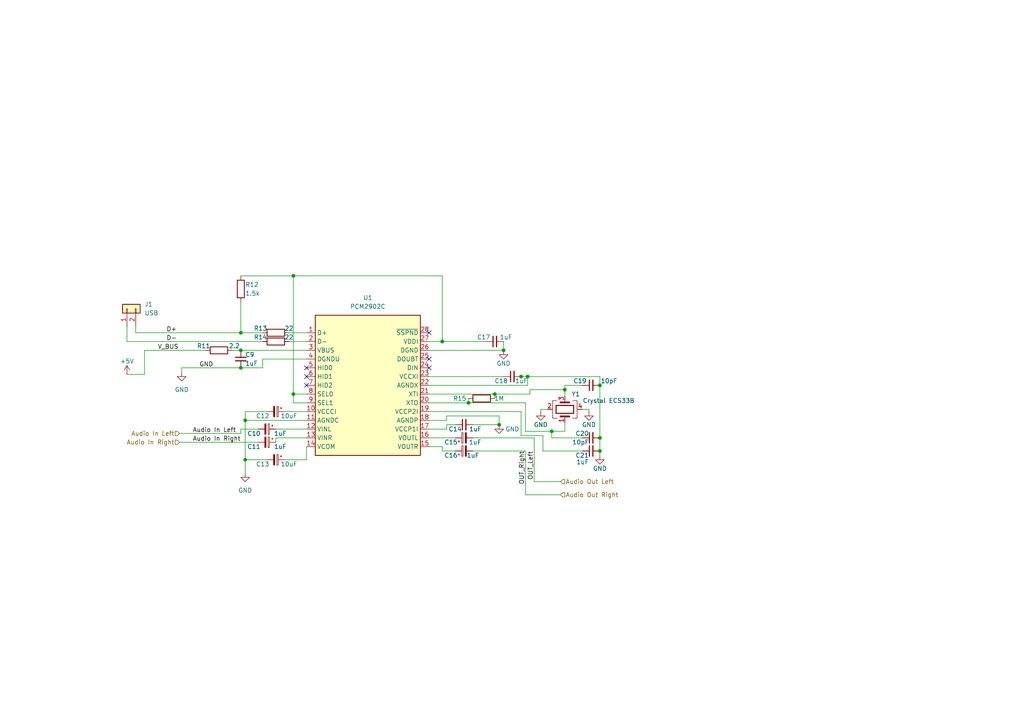
<source format=kicad_sch>
(kicad_sch (version 20211123) (generator eeschema)
  (paper "A4")
  (lib_symbols
    (symbol "Audio:PCM2902"
      (property "Reference" "U?" (at 2.0194 25.4 0))
      (property "Value" "PCM2902" (at 2.0194 22.86 0))
      (symbol "PCM2902_0_1"
        (rectangle (start -15.24 20.32) (end 15.24 -20.32) (stroke (width 0.254)) (fill (type background)))
      )
      (symbol "PCM2902_1_1"
        (pin bidirectional line (at -17.78 15.24 0) (length 2.54) (name "D+") (number "1"))
        (pin passive line (at -17.78 -7.62 0) (length 2.54) (name "VCCCI") (number "10"))
        (pin power_in line (at -17.78 -10.16 0) (length 2.54) (name "AGNDC") (number "11"))
        (pin input line (at -17.78 -12.7 0) (length 2.54) (name "VINL") (number "12"))
        (pin input line (at -17.78 -15.24 0) (length 2.54) (name "VINR") (number "13"))
        (pin passive line (at -17.78 -17.78 0) (length 2.54) (name "VCOM") (number "14"))
        (pin output line (at 17.78 -17.78 180) (length 2.54) (name "VOUTR") (number "15"))
        (pin output line (at 17.78 -15.24 180) (length 2.54) (name "VOUTL") (number "16"))
        (pin passive line (at 17.78 -12.7 180) (length 2.54) (name "VCCP1I") (number "17"))
        (pin power_in line (at 17.78 -10.16 180) (length 2.54) (name "AGNDP") (number "18"))
        (pin passive line (at 17.78 -7.62 180) (length 2.54) (name "VCCP2I") (number "19"))
        (pin bidirectional line (at -17.78 12.7 0) (length 2.54) (name "D-") (number "2"))
        (pin output line (at 17.78 -5.08 180) (length 2.54) (name "XTO") (number "20"))
        (pin input line (at 17.78 -2.54 180) (length 2.54) (name "XTI") (number "21"))
        (pin power_in line (at 17.78 0 180) (length 2.54) (name "AGNDX") (number "22"))
        (pin passive line (at 17.78 2.54 180) (length 2.54) (name "VCCXI") (number "23"))
        (pin input line (at 17.78 5.08 180) (length 2.54) (name "DIN") (number "24"))
        (pin output line (at 17.78 7.62 180) (length 2.54) (name "DOUBT") (number "25"))
        (pin power_in line (at 17.78 10.16 180) (length 2.54) (name "DGND") (number "26"))
        (pin power_out line (at 17.78 12.7 180) (length 2.54) (name "VDDI") (number "27"))
        (pin output line (at 17.78 15.24 180) (length 2.54) (name "~{SSPND}") (number "28"))
        (pin power_in line (at -17.78 10.16 0) (length 2.54) (name "VBUS") (number "3"))
        (pin power_in line (at -17.78 7.62 0) (length 2.54) (name "DGNDU") (number "4"))
        (pin input line (at -17.78 5.08 0) (length 2.54) (name "HID0") (number "5"))
        (pin input line (at -17.78 2.54 0) (length 2.54) (name "HID1") (number "6"))
        (pin input line (at -17.78 0 0) (length 2.54) (name "HID2") (number "7"))
        (pin input line (at -17.78 -2.54 0) (length 2.54) (name "SEL0") (number "8"))
        (pin input line (at -17.78 -5.08 0) (length 2.54) (name "SEL1") (number "9"))
      )
    )
    (symbol "Connector_Generic:Conn_01x02" (pin_names (offset 1.016) hide)
      (property "Reference" "J" (at 0 2.54 0))
      (property "Value" "Conn_01x02" (at 0 -5.08 0))
      (symbol "Conn_01x02_1_1"
        (rectangle (start -1.27 -2.413) (end 0 -2.667) (stroke (width 0.1524)))
        (rectangle (start -1.27 0.127) (end 0 -0.127) (stroke (width 0.1524)))
        (rectangle (start -1.27 1.27) (end 1.27 -3.81) (stroke (width 0.254)) (fill (type background)))
        (pin passive line (at -5.08 0 0) (length 3.81) (name "Pin_1") (number "1"))
        (pin passive line (at -5.08 -2.54 0) (length 3.81) (name "Pin_2") (number "2"))
      )
    )
    (symbol "Device:C_Polarized_Small" (pin_numbers hide) (pin_names (offset 0.254) hide)
      (property "Reference" "C" (at 0.254 1.778 0))
      (property "Value" "C_Polarized_Small" (at 0.254 -2.032 0))
      (symbol "C_Polarized_Small_0_1"
        (rectangle (start -1.524 -0.3048) (end 1.524 -0.6858) (fill (type outline)))
        (rectangle (start -1.524 0.6858) (end 1.524 0.3048))
        (polyline (pts (xy -1.27 1.524) (xy -0.762 1.524)))
        (polyline (pts (xy -1.016 1.27) (xy -1.016 1.778)))
      )
      (symbol "C_Polarized_Small_1_1"
        (pin passive line (at 0 2.54 270) (length 1.8542) (name "~") (number "1"))
        (pin passive line (at 0 -2.54 90) (length 1.8542) (name "~") (number "2"))
      )
    )
    (symbol "Device:C_Small" (pin_numbers hide) (pin_names (offset 0.254) hide)
      (property "Reference" "C" (at 0.254 1.778 0))
      (property "Value" "C_Small" (at 0.254 -2.032 0))
      (symbol "C_Small_0_1"
        (polyline (pts (xy -1.524 -0.508) (xy 1.524 -0.508)) (stroke (width 0.3302)))
        (polyline (pts (xy -1.524 0.508) (xy 1.524 0.508)) (stroke (width 0.3048)))
      )
      (symbol "C_Small_1_1"
        (pin passive line (at 0 2.54 270) (length 2.032) (name "~") (number "1"))
        (pin passive line (at 0 -2.54 90) (length 2.032) (name "~") (number "2"))
      )
    )
    (symbol "Device:R" (pin_numbers hide) (pin_names (offset 0))
      (property "Reference" "R" (at 2.032 0 90))
      (property "Value" "R" (at 0 0 90))
      (symbol "R_0_1"
        (rectangle (start -1.016 -2.54) (end 1.016 2.54) (stroke (width 0.254)))
      )
      (symbol "R_1_1"
        (pin passive line (at 0 3.81 270) (length 1.27) (name "~") (number "1"))
        (pin passive line (at 0 -3.81 90) (length 1.27) (name "~") (number "2"))
      )
    )
    (symbol "GFC-Symbols:Crystal_GND23" (pin_names (offset 1.016) hide)
      (property "Reference" "Y1" (at -1.905 6.985 90))
      (property "Value" "Crystal_GND23" (at -3.81 8.255 90))
      (symbol "Crystal_GND23_0_1"
        (rectangle (start -1.143 2.54) (end 1.143 -2.54) (stroke (width 0.3048)))
        (polyline (pts (xy -2.54 0) (xy -2.032 0)))
        (polyline (pts (xy -2.032 -1.27) (xy -2.032 1.27)) (stroke (width 0.508)))
        (polyline (pts (xy 0 -3.81) (xy 0 -3.556)))
        (polyline (pts (xy 0 3.556) (xy 0 3.81)))
        (polyline (pts (xy 2.032 -1.27) (xy 2.032 1.27)) (stroke (width 0.508)))
        (polyline (pts (xy 2.032 0) (xy 2.54 0)))
        (polyline (pts (xy -2.54 -2.286) (xy -2.54 -3.556) (xy 2.54 -3.556) (xy 2.54 -2.286)))
        (polyline (pts (xy -2.54 2.286) (xy -2.54 3.556) (xy 2.54 3.556) (xy 2.54 2.286)))
      )
      (symbol "Crystal_GND23_1_1"
        (pin passive line (at -3.81 0 0) (length 1.27) (name "1") (number "1"))
        (pin passive line (at 0 5.08 270) (length 1.27) (name "2") (number "2"))
        (pin passive line (at 3.81 0 180) (length 1.27) (name "3") (number "3"))
        (pin passive line (at 0 -5.08 90) (length 1.27) (name "4") (number "4"))
      )
    )
    (symbol "GND_1" (power) (pin_names (offset 0))
      (property "Value" "GND_1" (at 0 -3.81 0))
      (symbol "GND_1_0_1"
        (polyline (pts (xy 0 0) (xy 0 -1.27) (xy 1.27 -1.27) (xy 0 -2.54) (xy -1.27 -1.27) (xy 0 -1.27)))
      )
      (symbol "GND_1_1_1"
        (pin power_in line (at 0 0 270) (length 0) hide (name "GND") (number "1"))
      )
    )
    (symbol "power:+5V" (power) (pin_names (offset 0))
      (property "Value" "+5V" (at 0 3.556 0))
      (symbol "+5V_0_1"
        (polyline (pts (xy -0.762 1.27) (xy 0 2.54)))
        (polyline (pts (xy 0 0) (xy 0 2.54)))
        (polyline (pts (xy 0 2.54) (xy 0.762 1.27)))
      )
      (symbol "+5V_1_1"
        (pin power_in line (at 0 0 90) (length 0) hide (name "+5V") (number "1"))
      )
    )
    (symbol "power:GND" (power) (pin_names (offset 0))
      (property "Value" "GND" (at 0 -3.81 0))
      (symbol "GND_0_1"
        (polyline (pts (xy 0 0) (xy 0 -1.27) (xy 1.27 -1.27) (xy 0 -2.54) (xy -1.27 -1.27) (xy 0 -1.27)))
      )
      (symbol "GND_1_1"
        (pin power_in line (at 0 0 270) (length 0) hide (name "GND") (number "1"))
      )
    )
  )
  (junction (at 160.02 125.095))
  (junction (at 69.85 101.6))
  (junction (at 173.99 130.81))
  (junction (at 146.05 101.6))
  (junction (at 71.12 121.92))
  (junction (at 143.51 114.3))
  (junction (at 144.78 123.19))
  (junction (at 163.83 113.03))
  (junction (at 173.99 111.76))
  (junction (at 135.89 116.84))
  (junction (at 69.85 96.52))
  (junction (at 85.09 80.01))
  (junction (at 85.09 114.3))
  (junction (at 69.85 106.68))
  (junction (at 153.035 109.22))
  (junction (at 128.27 99.06))
  (junction (at 173.99 127))
  (junction (at 71.12 133.35))
  (junction (at 151.13 109.22))
  (no_connect (at 124.46 96.52))
  (no_connect (at 88.9 109.22))
  (no_connect (at 88.9 106.68))
  (no_connect (at 124.46 106.68))
  (no_connect (at 88.9 111.76))
  (no_connect (at 124.46 104.14))
  (wire (pts (xy 39.37 94.615) (xy 39.37 96.52)))
  (wire (pts (xy 129.54 124.46) (xy 129.54 123.19)))
  (wire (pts (xy 173.99 109.22) (xy 173.99 111.76)))
  (wire (pts (xy 39.37 96.52) (xy 69.85 96.52)))
  (wire (pts (xy 124.46 111.76) (xy 153.035 111.76)))
  (wire (pts (xy 124.46 129.54) (xy 128.27 129.54)))
  (wire (pts (xy 168.91 111.76) (xy 163.83 111.76)))
  (wire (pts (xy 151.13 109.22) (xy 153.035 109.22)))
  (wire (pts (xy 76.2 104.14) (xy 88.9 104.14)))
  (wire (pts (xy 153.035 109.22) (xy 173.99 109.22)))
  (wire (pts (xy 163.83 125.095) (xy 160.02 125.095)))
  (wire (pts (xy 163.83 113.03) (xy 163.83 114.935)))
  (wire (pts (xy 80.01 127) (xy 88.9 127)))
  (wire (pts (xy 152.4 130.81) (xy 152.4 143.51)))
  (wire (pts (xy 157.48 126.365) (xy 157.48 130.81)))
  (wire (pts (xy 173.99 127) (xy 173.99 130.81)))
  (wire (pts (xy 128.27 129.54) (xy 128.27 130.81)))
  (wire (pts (xy 124.46 124.46) (xy 129.54 124.46)))
  (wire (pts (xy 85.09 80.01) (xy 128.27 80.01)))
  (wire (pts (xy 129.54 121.92) (xy 129.54 120.65)))
  (wire (pts (xy 80.01 128.27) (xy 80.01 127)))
  (wire (pts (xy 163.83 111.76) (xy 163.83 113.03)))
  (wire (pts (xy 71.12 121.92) (xy 88.9 121.92)))
  (wire (pts (xy 69.85 80.01) (xy 85.09 80.01)))
  (wire (pts (xy 85.09 114.3) (xy 88.9 114.3)))
  (wire (pts (xy 124.46 121.92) (xy 129.54 121.92)))
  (wire (pts (xy 36.83 99.06) (xy 36.83 94.615)))
  (wire (pts (xy 85.09 114.3) (xy 85.09 116.84)))
  (wire (pts (xy 88.9 129.54) (xy 88.9 133.35)))
  (wire (pts (xy 88.9 116.84) (xy 85.09 116.84)))
  (wire (pts (xy 157.48 130.81) (xy 168.91 130.81)))
  (wire (pts (xy 71.12 121.92) (xy 71.12 133.35)))
  (wire (pts (xy 170.815 118.745) (xy 170.815 119.38)))
  (wire (pts (xy 52.705 106.68) (xy 52.705 107.95)))
  (wire (pts (xy 153.035 111.76) (xy 153.035 109.22)))
  (wire (pts (xy 128.27 80.01) (xy 128.27 99.06)))
  (wire (pts (xy 173.99 111.76) (xy 173.99 127)))
  (wire (pts (xy 143.51 114.3) (xy 153.67 114.3)))
  (wire (pts (xy 124.46 109.22) (xy 146.05 109.22)))
  (wire (pts (xy 151.13 126.365) (xy 157.48 126.365)))
  (wire (pts (xy 160.02 125.095) (xy 152.4 125.095)))
  (wire (pts (xy 150.495 109.22) (xy 151.13 109.22)))
  (wire (pts (xy 124.46 127) (xy 132.08 127)))
  (wire (pts (xy 135.89 115.57) (xy 135.89 116.84)))
  (wire (pts (xy 52.07 128.27) (xy 74.93 128.27)))
  (wire (pts (xy 143.51 114.3) (xy 143.51 115.57)))
  (wire (pts (xy 154.94 139.7) (xy 162.56 139.7)))
  (wire (pts (xy 41.91 108.585) (xy 41.91 101.6)))
  (wire (pts (xy 124.46 101.6) (xy 146.05 101.6)))
  (wire (pts (xy 77.47 119.38) (xy 71.12 119.38)))
  (wire (pts (xy 153.67 114.3) (xy 153.67 113.03)))
  (wire (pts (xy 168.91 118.745) (xy 170.815 118.745)))
  (wire (pts (xy 69.85 124.46) (xy 69.85 125.73)))
  (wire (pts (xy 69.85 96.52) (xy 76.2 96.52)))
  (wire (pts (xy 83.82 99.06) (xy 88.9 99.06)))
  (wire (pts (xy 137.16 130.81) (xy 152.4 130.81)))
  (wire (pts (xy 69.85 87.63) (xy 69.85 96.52)))
  (wire (pts (xy 52.07 125.73) (xy 69.85 125.73)))
  (wire (pts (xy 128.27 130.81) (xy 132.08 130.81)))
  (wire (pts (xy 67.31 101.6) (xy 69.85 101.6)))
  (wire (pts (xy 144.78 120.65) (xy 144.78 123.19)))
  (wire (pts (xy 76.2 106.68) (xy 76.2 104.14)))
  (wire (pts (xy 83.82 96.52) (xy 88.9 96.52)))
  (wire (pts (xy 69.85 106.68) (xy 76.2 106.68)))
  (wire (pts (xy 146.05 99.06) (xy 146.05 101.6)))
  (wire (pts (xy 85.09 80.01) (xy 85.09 114.3)))
  (wire (pts (xy 129.54 120.65) (xy 144.78 120.65)))
  (wire (pts (xy 71.12 133.35) (xy 77.47 133.35)))
  (wire (pts (xy 128.27 99.06) (xy 140.97 99.06)))
  (wire (pts (xy 156.845 118.745) (xy 158.75 118.745)))
  (wire (pts (xy 135.89 116.84) (xy 152.4 116.84)))
  (wire (pts (xy 160.02 127) (xy 160.02 125.095)))
  (wire (pts (xy 173.99 130.81) (xy 173.99 132.08)))
  (wire (pts (xy 154.94 127) (xy 154.94 139.7)))
  (wire (pts (xy 36.83 99.06) (xy 76.2 99.06)))
  (wire (pts (xy 124.46 99.06) (xy 128.27 99.06)))
  (wire (pts (xy 137.16 123.19) (xy 144.78 123.19)))
  (wire (pts (xy 124.46 116.84) (xy 135.89 116.84)))
  (wire (pts (xy 163.83 122.555) (xy 163.83 125.095)))
  (wire (pts (xy 129.54 123.19) (xy 132.08 123.19)))
  (wire (pts (xy 152.4 116.84) (xy 152.4 125.095)))
  (wire (pts (xy 88.9 133.35) (xy 82.55 133.35)))
  (wire (pts (xy 80.01 124.46) (xy 88.9 124.46)))
  (wire (pts (xy 69.85 101.6) (xy 88.9 101.6)))
  (wire (pts (xy 74.93 124.46) (xy 69.85 124.46)))
  (wire (pts (xy 156.845 119.38) (xy 156.845 118.745)))
  (wire (pts (xy 82.55 119.38) (xy 88.9 119.38)))
  (wire (pts (xy 124.46 119.38) (xy 151.13 119.38)))
  (wire (pts (xy 41.91 101.6) (xy 59.69 101.6)))
  (wire (pts (xy 153.67 113.03) (xy 163.83 113.03)))
  (wire (pts (xy 168.91 127) (xy 160.02 127)))
  (wire (pts (xy 71.12 119.38) (xy 71.12 121.92)))
  (wire (pts (xy 151.13 119.38) (xy 151.13 126.365)))
  (wire (pts (xy 52.705 106.68) (xy 69.85 106.68)))
  (wire (pts (xy 36.83 108.585) (xy 41.91 108.585)))
  (wire (pts (xy 124.46 114.3) (xy 143.51 114.3)))
  (wire (pts (xy 137.16 127) (xy 154.94 127)))
  (wire (pts (xy 71.12 133.35) (xy 71.12 137.16)))
  (wire (pts (xy 152.4 143.51) (xy 162.56 143.51)))
  (label "Audio In Right" (at 55.88 128.27 0))
  (label "OUT_Left" (at 154.94 130.81 270))
  (label "D+" (at 48.26 96.52 0))
  (label "V_BUS" (at 45.72 101.6 0))
  (label "OUT_Right" (at 152.4 130.81 270))
  (label "Audio In Left" (at 55.88 125.73 0))
  (label "D-" (at 48.26 99.06 0))
  (label "GND" (at 57.785 106.68 0))
  (hierarchical_label "Audio Out Left" (shape input) (at 162.56 139.7 0))
  (hierarchical_label "Audio Out Right" (shape input) (at 162.56 143.51 0))
  (hierarchical_label "Audio In Left" (shape input) (at 52.07 125.73 180))
  (hierarchical_label "Audio In Right" (shape input) (at 52.07 128.27 180))
  (symbol (lib_id "power:GND") (at 146.05 101.6 0) (unit 1)
    (property "Reference" "#PWR024" (effects hide))
    (property "Value" "GND" (at 146.05 105.41 0))
  )
  (symbol (lib_id "Device:R") (at 80.01 96.52 90) (unit 1)
    (property "Reference" "R13" (at 75.565 95.25 90))
    (property "Value" "22" (at 83.82 95.25 90))
    (property "Footprint" "Capacitor_SMD:C_0603_1608Metric_Pad1.08x0.95mm_HandSolder" (effects hide))
    (property "Digikey" "https://www.digikey.com/short/v7c8qpnf" (effects hide))
  )
  (symbol (lib_id "Device:C_Small") (at 69.85 104.14 0) (unit 1)
    (property "Reference" "C9" (at 71.12 102.87 0) (effects (justify left)))
    (property "Value" "1uF" (at 71.12 105.41 0) (effects (justify left)))
    (property "Footprint" "Capacitor_SMD:C_0805_2012Metric_Pad1.18x1.45mm_HandSolder" (effects hide))
    (property "Digikey" "https://www.digikey.com/short/rn5mbmcm" (effects hide))
  )
  (symbol (lib_id "power:GND") (at 144.78 123.19 0) (unit 1)
    (property "Reference" "#PWR023" (effects hide))
    (property "Value" "GND" (at 148.59 124.46 0))
  )
  (symbol (lib_id "Device:C_Polarized_Small") (at 80.01 119.38 270) (unit 1)
    (property "Reference" "C12" (at 76.2 120.65 90))
    (property "Value" "10uF" (at 83.82 120.65 90))
    (property "Footprint" "Capacitor_SMD:C_1210_3225Metric_Pad1.33x2.70mm_HandSolder" (effects hide))
    (property "Digikey" "https://www.digikey.com/short/nm2875wp" (effects hide))
  )
  (symbol (lib_id "Device:R") (at 63.5 101.6 90) (unit 1)
    (property "Reference" "R11" (at 59.055 100.33 90))
    (property "Value" "2.2" (at 67.945 100.33 90))
    (property "Footprint" "Capacitor_SMD:C_0603_1608Metric_Pad1.08x0.95mm_HandSolder" (effects hide))
    (property "Digikey" "https://www.digikey.com/short/4p2jz24h" (effects hide))
  )
  (symbol (lib_id "Device:C_Small") (at 171.45 111.76 90) (unit 1)
    (property "Reference" "C19" (at 170.18 110.49 90) (effects (justify left)))
    (property "Value" "10pF" (at 179.07 110.49 90) (effects (justify left)))
    (property "Footprint" "Capacitor_SMD:C_0603_1608Metric_Pad1.08x0.95mm_HandSolder" (effects hide))
    (property "Digikey" "https://www.digikey.com/short/dbpbjvrm" (effects hide))
  )
  (symbol (lib_id "Device:R") (at 69.85 83.82 0) (unit 1)
    (property "Reference" "R12" (at 71.12 82.55 0) (effects (justify left)))
    (property "Value" "1.5k" (at 71.12 85.09 0) (effects (justify left)))
    (property "Footprint" "Capacitor_SMD:C_0603_1608Metric_Pad1.08x0.95mm_HandSolder" (effects hide))
    (property "Digikey" "https://www.digikey.com/short/q2j089rj" (effects hide))
  )
  (symbol (lib_id "power:GND") (at 52.705 107.95 0) (unit 1)
    (property "Reference" "#PWR021" (effects hide))
    (property "Value" "GND" (at 52.705 113.03 0))
  )
  (symbol (lib_id "Device:C_Polarized_Small") (at 134.62 127 90) (unit 1)
    (property "Reference" "C15" (at 130.81 128.27 90))
    (property "Value" "1uF" (at 137.795 128.27 90))
    (property "Footprint" "Capacitor_SMD:C_0805_2012Metric_Pad1.18x1.45mm_HandSolder" (effects hide))
    (property "Digikey" "https://www.digikey.com/short/rn5mbmcm" (effects hide))
  )
  (symbol (lib_id "Device:C_Small") (at 171.45 130.81 90) (unit 1)
    (property "Reference" "C21" (at 170.815 132.08 90) (effects (justify left)))
    (property "Value" "1uF" (at 170.815 133.985 90) (effects (justify left)))
    (property "Footprint" "Capacitor_SMD:C_0805_2012Metric_Pad1.18x1.45mm_HandSolder" (effects hide))
    (property "Digikey" "https://www.digikey.com/short/rn5mbmcm" (effects hide))
  )
  (symbol (lib_id "Audio:PCM2902") (at 106.68 111.76 0) (unit 1)
    (property "Reference" "U1" (at 106.68 86.36 0))
    (property "Value" "PCM2902C" (at 106.68 88.9 0))
    (property "Footprint" "Package_SO:SSOP-28_5.3x10.2mm_P0.65mm" (effects hide))
    (property "Datasheet" "http://www.ti.com/lit/ds/symlink/pcm2902c.pdf" (effects hide))
    (property "Digikey" "TI" (effects hide))
  )
  (symbol (lib_id "Device:R") (at 139.7 115.57 90) (unit 1)
    (property "Reference" "R15" (at 133.35 115.57 90))
    (property "Value" "1M" (at 144.78 115.57 90))
    (property "Footprint" "Capacitor_SMD:C_0603_1608Metric_Pad1.08x0.95mm_HandSolder" (effects hide))
    (property "Digikey" "https://www.digikey.com/short/f7pn93f7" (effects hide))
  )
  (symbol (lib_id "Device:C_Small") (at 148.59 109.22 90) (unit 1)
    (property "Reference" "C18" (at 147.32 110.49 90) (effects (justify left)))
    (property "Value" "1uF" (at 153.035 110.49 90) (effects (justify left)))
    (property "Footprint" "Capacitor_SMD:C_0805_2012Metric_Pad1.18x1.45mm_HandSolder" (effects hide))
    (property "Digikey" "https://www.digikey.com/short/rn5mbmcm" (effects hide))
  )
  (symbol (lib_name "GND_1") (lib_id "power:GND") (at 156.845 119.38 0) (unit 1)
    (property "Reference" "#PWR0102" (effects hide))
    (property "Value" "GND" (at 156.845 123.19 0))
  )
  (symbol (lib_id "power:GND") (at 71.12 137.16 0) (unit 1)
    (property "Reference" "#PWR022" (effects hide))
    (property "Value" "GND" (at 71.12 142.24 0))
  )
  (symbol (lib_id "Device:C_Small") (at 134.62 123.19 90) (unit 1)
    (property "Reference" "C14" (at 133.985 124.46 90) (effects (justify left)))
    (property "Value" "1uF" (at 139.7 124.46 90) (effects (justify left)))
    (property "Footprint" "Capacitor_SMD:C_0805_2012Metric_Pad1.18x1.45mm_HandSolder" (effects hide))
    (property "Digikey" "https://www.digikey.com/short/rn5mbmcm" (effects hide))
  )
  (symbol (lib_id "Device:C_Polarized_Small") (at 80.01 133.35 270) (unit 1)
    (property "Reference" "C13" (at 76.2 134.62 90))
    (property "Value" "10uF" (at 83.82 134.62 90))
    (property "Footprint" "Capacitor_SMD:C_1210_3225Metric_Pad1.33x2.70mm_HandSolder" (effects hide))
    (property "Digikey" "https://www.digikey.com/short/nm2875wp" (effects hide))
  )
  (symbol (lib_id "Device:C_Polarized_Small") (at 77.47 124.46 270) (unit 1)
    (property "Reference" "C10" (at 73.66 125.73 90))
    (property "Value" "1uF" (at 81.28 125.73 90))
    (property "Footprint" "Capacitor_SMD:C_0805_2012Metric_Pad1.18x1.45mm_HandSolder" (effects hide))
    (property "Digikey" "https://www.digikey.com/short/rn5mbmcm" (effects hide))
  )
  (symbol (lib_id "Device:R") (at 80.01 99.06 90) (unit 1)
    (property "Reference" "R14" (at 75.565 97.79 90))
    (property "Value" "22" (at 83.82 97.79 90))
    (property "Footprint" "Capacitor_SMD:C_0603_1608Metric_Pad1.08x0.95mm_HandSolder" (effects hide))
    (property "Digikey" "https://www.digikey.com/short/v7c8qpnf" (effects hide))
  )
  (symbol (lib_name "GND_1") (lib_id "power:GND") (at 170.815 119.38 0) (unit 1)
    (property "Reference" "#PWR0101" (effects hide))
    (property "Value" "GND" (at 170.815 123.19 0))
  )
  (symbol (lib_id "Device:C_Polarized_Small") (at 134.62 130.81 90) (unit 1)
    (property "Reference" "C16" (at 130.81 132.08 90))
    (property "Value" "1uF" (at 137.16 132.08 90))
    (property "Footprint" "Capacitor_SMD:C_0805_2012Metric_Pad1.18x1.45mm_HandSolder" (effects hide))
    (property "Digikey" "https://www.digikey.com/short/rn5mbmcm" (effects hide))
  )
  (symbol (lib_id "Connector_Generic:Conn_01x02") (at 36.83 89.535 90) (unit 1)
    (property "Reference" "J1" (at 41.91 88.2649 90) (effects (justify right)))
    (property "Value" "USB" (at 41.91 90.8049 90) (effects (justify right)))
    (property "Footprint" "Connector_PinHeader_2.54mm:PinHeader_1x02_P2.54mm_Vertical_SMD_Pin1Left" (effects hide))
  )
  (symbol (lib_id "Device:C_Small") (at 143.51 99.06 90) (unit 1)
    (property "Reference" "C17" (at 142.24 97.79 90) (effects (justify left)))
    (property "Value" "1uF" (at 148.59 97.79 90) (effects (justify left)))
    (property "Footprint" "Capacitor_SMD:C_0805_2012Metric_Pad1.18x1.45mm_HandSolder" (effects hide))
    (property "Digikey" "https://www.digikey.com/short/rn5mbmcm" (effects hide))
  )
  (symbol (lib_id "power:+5V") (at 36.83 108.585 0) (unit 1)
    (property "Reference" "#PWR026" (effects hide))
    (property "Value" "+5V" (at 36.83 104.775 0))
  )
  (symbol (lib_id "power:GND") (at 173.99 132.08 0) (unit 1)
    (property "Reference" "#PWR025" (effects hide))
    (property "Value" "GND" (at 173.99 135.89 0))
  )
  (symbol (lib_id "Device:C_Polarized_Small") (at 77.47 128.27 270) (unit 1)
    (property "Reference" "C11" (at 73.66 129.54 90))
    (property "Value" "1uF" (at 81.28 129.54 90))
    (property "Footprint" "Capacitor_SMD:C_0805_2012Metric_Pad1.18x1.45mm_HandSolder" (effects hide))
    (property "Digikey" "https://www.digikey.com/short/rn5mbmcm" (effects hide))
  )
  (symbol (lib_id "GFC-Symbols:Crystal_GND23") (at 163.83 118.745 90) (unit 1)
    (property "Reference" "Y1" (at 167.005 114.3 90))
    (property "Value" "Crystal ECS33B" (at 176.53 116.205 90))
    (property "Footprint" "Crystal:Crystal_SMD_3225-4Pin_3.2x2.5mm" (effects hide))
  )
  (symbol (lib_id "Device:C_Small") (at 171.45 127 90) (unit 1)
    (property "Reference" "C20" (at 170.815 125.73 90) (effects (justify left)))
    (property "Value" "10pF" (at 170.815 128.27 90) (effects (justify left)))
    (property "Footprint" "Capacitor_SMD:C_0603_1608Metric_Pad1.08x0.95mm_HandSolder" (effects hide))
    (property "Digikey" "https://www.digikey.com/short/dbpbjvrm" (effects hide))
  )
)
</source>
